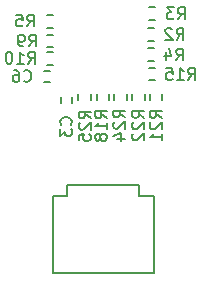
<source format=gbr>
G04 #@! TF.FileFunction,Legend,Bot*
%FSLAX46Y46*%
G04 Gerber Fmt 4.6, Leading zero omitted, Abs format (unit mm)*
G04 Created by KiCad (PCBNEW 4.0.5+dfsg1-4) date Tue Jul 10 09:58:08 2018*
%MOMM*%
%LPD*%
G01*
G04 APERTURE LIST*
%ADD10C,0.100000*%
%ADD11C,0.150000*%
G04 APERTURE END LIST*
D10*
D11*
X152455000Y-109020000D02*
X152455000Y-108520000D01*
X153405000Y-108520000D02*
X153405000Y-109020000D01*
X151060000Y-106345000D02*
X151560000Y-106345000D01*
X151560000Y-107295000D02*
X151060000Y-107295000D01*
X160350000Y-123490000D02*
X160350000Y-116950000D01*
X159100000Y-116950000D02*
X160350000Y-116950000D01*
X151750000Y-123490000D02*
X160350000Y-123490000D01*
X151750000Y-123490000D02*
X151750000Y-116950000D01*
X151750000Y-116950000D02*
X153000000Y-116950000D01*
X159100000Y-115990000D02*
X159100000Y-116950000D01*
X153010000Y-116950000D02*
X153010000Y-115990000D01*
X153000000Y-115990000D02*
X159100000Y-115990000D01*
X159850000Y-102745000D02*
X160350000Y-102745000D01*
X160350000Y-103795000D02*
X159850000Y-103795000D01*
X160380000Y-102025000D02*
X159880000Y-102025000D01*
X159880000Y-100975000D02*
X160380000Y-100975000D01*
X159850000Y-104445000D02*
X160350000Y-104445000D01*
X160350000Y-105495000D02*
X159850000Y-105495000D01*
X151275000Y-101650000D02*
X151775000Y-101650000D01*
X151775000Y-102700000D02*
X151275000Y-102700000D01*
X151270000Y-103265000D02*
X151770000Y-103265000D01*
X151770000Y-104315000D02*
X151270000Y-104315000D01*
X151770000Y-105835000D02*
X151270000Y-105835000D01*
X151270000Y-104785000D02*
X151770000Y-104785000D01*
X160410000Y-107115000D02*
X159910000Y-107115000D01*
X159910000Y-106065000D02*
X160410000Y-106065000D01*
X156555000Y-108330000D02*
X156555000Y-108830000D01*
X155505000Y-108830000D02*
X155505000Y-108330000D01*
X159965000Y-108820000D02*
X159965000Y-108320000D01*
X161015000Y-108320000D02*
X161015000Y-108820000D01*
X158485000Y-108810000D02*
X158485000Y-108310000D01*
X159535000Y-108310000D02*
X159535000Y-108810000D01*
X158035000Y-108290000D02*
X158035000Y-108790000D01*
X156985000Y-108790000D02*
X156985000Y-108290000D01*
X153915000Y-108820000D02*
X153915000Y-108320000D01*
X154965000Y-108320000D02*
X154965000Y-108820000D01*
X153287143Y-110893334D02*
X153334762Y-110845715D01*
X153382381Y-110702858D01*
X153382381Y-110607620D01*
X153334762Y-110464762D01*
X153239524Y-110369524D01*
X153144286Y-110321905D01*
X152953810Y-110274286D01*
X152810952Y-110274286D01*
X152620476Y-110321905D01*
X152525238Y-110369524D01*
X152430000Y-110464762D01*
X152382381Y-110607620D01*
X152382381Y-110702858D01*
X152430000Y-110845715D01*
X152477619Y-110893334D01*
X152382381Y-111226667D02*
X152382381Y-111845715D01*
X152763333Y-111512381D01*
X152763333Y-111655239D01*
X152810952Y-111750477D01*
X152858571Y-111798096D01*
X152953810Y-111845715D01*
X153191905Y-111845715D01*
X153287143Y-111798096D01*
X153334762Y-111750477D01*
X153382381Y-111655239D01*
X153382381Y-111369524D01*
X153334762Y-111274286D01*
X153287143Y-111226667D01*
X149316666Y-107177143D02*
X149364285Y-107224762D01*
X149507142Y-107272381D01*
X149602380Y-107272381D01*
X149745238Y-107224762D01*
X149840476Y-107129524D01*
X149888095Y-107034286D01*
X149935714Y-106843810D01*
X149935714Y-106700952D01*
X149888095Y-106510476D01*
X149840476Y-106415238D01*
X149745238Y-106320000D01*
X149602380Y-106272381D01*
X149507142Y-106272381D01*
X149364285Y-106320000D01*
X149316666Y-106367619D01*
X148459523Y-106272381D02*
X148650000Y-106272381D01*
X148745238Y-106320000D01*
X148792857Y-106367619D01*
X148888095Y-106510476D01*
X148935714Y-106700952D01*
X148935714Y-107081905D01*
X148888095Y-107177143D01*
X148840476Y-107224762D01*
X148745238Y-107272381D01*
X148554761Y-107272381D01*
X148459523Y-107224762D01*
X148411904Y-107177143D01*
X148364285Y-107081905D01*
X148364285Y-106843810D01*
X148411904Y-106748571D01*
X148459523Y-106700952D01*
X148554761Y-106653333D01*
X148745238Y-106653333D01*
X148840476Y-106700952D01*
X148888095Y-106748571D01*
X148935714Y-106843810D01*
X162246666Y-103712381D02*
X162580000Y-103236190D01*
X162818095Y-103712381D02*
X162818095Y-102712381D01*
X162437142Y-102712381D01*
X162341904Y-102760000D01*
X162294285Y-102807619D01*
X162246666Y-102902857D01*
X162246666Y-103045714D01*
X162294285Y-103140952D01*
X162341904Y-103188571D01*
X162437142Y-103236190D01*
X162818095Y-103236190D01*
X161865714Y-102807619D02*
X161818095Y-102760000D01*
X161722857Y-102712381D01*
X161484761Y-102712381D01*
X161389523Y-102760000D01*
X161341904Y-102807619D01*
X161294285Y-102902857D01*
X161294285Y-102998095D01*
X161341904Y-103140952D01*
X161913333Y-103712381D01*
X161294285Y-103712381D01*
X162356666Y-101972381D02*
X162690000Y-101496190D01*
X162928095Y-101972381D02*
X162928095Y-100972381D01*
X162547142Y-100972381D01*
X162451904Y-101020000D01*
X162404285Y-101067619D01*
X162356666Y-101162857D01*
X162356666Y-101305714D01*
X162404285Y-101400952D01*
X162451904Y-101448571D01*
X162547142Y-101496190D01*
X162928095Y-101496190D01*
X162023333Y-100972381D02*
X161404285Y-100972381D01*
X161737619Y-101353333D01*
X161594761Y-101353333D01*
X161499523Y-101400952D01*
X161451904Y-101448571D01*
X161404285Y-101543810D01*
X161404285Y-101781905D01*
X161451904Y-101877143D01*
X161499523Y-101924762D01*
X161594761Y-101972381D01*
X161880476Y-101972381D01*
X161975714Y-101924762D01*
X162023333Y-101877143D01*
X162196666Y-105452381D02*
X162530000Y-104976190D01*
X162768095Y-105452381D02*
X162768095Y-104452381D01*
X162387142Y-104452381D01*
X162291904Y-104500000D01*
X162244285Y-104547619D01*
X162196666Y-104642857D01*
X162196666Y-104785714D01*
X162244285Y-104880952D01*
X162291904Y-104928571D01*
X162387142Y-104976190D01*
X162768095Y-104976190D01*
X161339523Y-104785714D02*
X161339523Y-105452381D01*
X161577619Y-104404762D02*
X161815714Y-105119048D01*
X161196666Y-105119048D01*
X149591666Y-102577381D02*
X149925000Y-102101190D01*
X150163095Y-102577381D02*
X150163095Y-101577381D01*
X149782142Y-101577381D01*
X149686904Y-101625000D01*
X149639285Y-101672619D01*
X149591666Y-101767857D01*
X149591666Y-101910714D01*
X149639285Y-102005952D01*
X149686904Y-102053571D01*
X149782142Y-102101190D01*
X150163095Y-102101190D01*
X148686904Y-101577381D02*
X149163095Y-101577381D01*
X149210714Y-102053571D01*
X149163095Y-102005952D01*
X149067857Y-101958333D01*
X148829761Y-101958333D01*
X148734523Y-102005952D01*
X148686904Y-102053571D01*
X148639285Y-102148810D01*
X148639285Y-102386905D01*
X148686904Y-102482143D01*
X148734523Y-102529762D01*
X148829761Y-102577381D01*
X149067857Y-102577381D01*
X149163095Y-102529762D01*
X149210714Y-102482143D01*
X149756666Y-104272381D02*
X150090000Y-103796190D01*
X150328095Y-104272381D02*
X150328095Y-103272381D01*
X149947142Y-103272381D01*
X149851904Y-103320000D01*
X149804285Y-103367619D01*
X149756666Y-103462857D01*
X149756666Y-103605714D01*
X149804285Y-103700952D01*
X149851904Y-103748571D01*
X149947142Y-103796190D01*
X150328095Y-103796190D01*
X149280476Y-104272381D02*
X149090000Y-104272381D01*
X148994761Y-104224762D01*
X148947142Y-104177143D01*
X148851904Y-104034286D01*
X148804285Y-103843810D01*
X148804285Y-103462857D01*
X148851904Y-103367619D01*
X148899523Y-103320000D01*
X148994761Y-103272381D01*
X149185238Y-103272381D01*
X149280476Y-103320000D01*
X149328095Y-103367619D01*
X149375714Y-103462857D01*
X149375714Y-103700952D01*
X149328095Y-103796190D01*
X149280476Y-103843810D01*
X149185238Y-103891429D01*
X148994761Y-103891429D01*
X148899523Y-103843810D01*
X148851904Y-103796190D01*
X148804285Y-103700952D01*
X149682857Y-105732381D02*
X150016191Y-105256190D01*
X150254286Y-105732381D02*
X150254286Y-104732381D01*
X149873333Y-104732381D01*
X149778095Y-104780000D01*
X149730476Y-104827619D01*
X149682857Y-104922857D01*
X149682857Y-105065714D01*
X149730476Y-105160952D01*
X149778095Y-105208571D01*
X149873333Y-105256190D01*
X150254286Y-105256190D01*
X148730476Y-105732381D02*
X149301905Y-105732381D01*
X149016191Y-105732381D02*
X149016191Y-104732381D01*
X149111429Y-104875238D01*
X149206667Y-104970476D01*
X149301905Y-105018095D01*
X148111429Y-104732381D02*
X148016190Y-104732381D01*
X147920952Y-104780000D01*
X147873333Y-104827619D01*
X147825714Y-104922857D01*
X147778095Y-105113333D01*
X147778095Y-105351429D01*
X147825714Y-105541905D01*
X147873333Y-105637143D01*
X147920952Y-105684762D01*
X148016190Y-105732381D01*
X148111429Y-105732381D01*
X148206667Y-105684762D01*
X148254286Y-105637143D01*
X148301905Y-105541905D01*
X148349524Y-105351429D01*
X148349524Y-105113333D01*
X148301905Y-104922857D01*
X148254286Y-104827619D01*
X148206667Y-104780000D01*
X148111429Y-104732381D01*
X163242857Y-107092381D02*
X163576191Y-106616190D01*
X163814286Y-107092381D02*
X163814286Y-106092381D01*
X163433333Y-106092381D01*
X163338095Y-106140000D01*
X163290476Y-106187619D01*
X163242857Y-106282857D01*
X163242857Y-106425714D01*
X163290476Y-106520952D01*
X163338095Y-106568571D01*
X163433333Y-106616190D01*
X163814286Y-106616190D01*
X162290476Y-107092381D02*
X162861905Y-107092381D01*
X162576191Y-107092381D02*
X162576191Y-106092381D01*
X162671429Y-106235238D01*
X162766667Y-106330476D01*
X162861905Y-106378095D01*
X161385714Y-106092381D02*
X161861905Y-106092381D01*
X161909524Y-106568571D01*
X161861905Y-106520952D01*
X161766667Y-106473333D01*
X161528571Y-106473333D01*
X161433333Y-106520952D01*
X161385714Y-106568571D01*
X161338095Y-106663810D01*
X161338095Y-106901905D01*
X161385714Y-106997143D01*
X161433333Y-107044762D01*
X161528571Y-107092381D01*
X161766667Y-107092381D01*
X161861905Y-107044762D01*
X161909524Y-106997143D01*
X156342381Y-110337143D02*
X155866190Y-110003809D01*
X156342381Y-109765714D02*
X155342381Y-109765714D01*
X155342381Y-110146667D01*
X155390000Y-110241905D01*
X155437619Y-110289524D01*
X155532857Y-110337143D01*
X155675714Y-110337143D01*
X155770952Y-110289524D01*
X155818571Y-110241905D01*
X155866190Y-110146667D01*
X155866190Y-109765714D01*
X156342381Y-111289524D02*
X156342381Y-110718095D01*
X156342381Y-111003809D02*
X155342381Y-111003809D01*
X155485238Y-110908571D01*
X155580476Y-110813333D01*
X155628095Y-110718095D01*
X155770952Y-111860952D02*
X155723333Y-111765714D01*
X155675714Y-111718095D01*
X155580476Y-111670476D01*
X155532857Y-111670476D01*
X155437619Y-111718095D01*
X155390000Y-111765714D01*
X155342381Y-111860952D01*
X155342381Y-112051429D01*
X155390000Y-112146667D01*
X155437619Y-112194286D01*
X155532857Y-112241905D01*
X155580476Y-112241905D01*
X155675714Y-112194286D01*
X155723333Y-112146667D01*
X155770952Y-112051429D01*
X155770952Y-111860952D01*
X155818571Y-111765714D01*
X155866190Y-111718095D01*
X155961429Y-111670476D01*
X156151905Y-111670476D01*
X156247143Y-111718095D01*
X156294762Y-111765714D01*
X156342381Y-111860952D01*
X156342381Y-112051429D01*
X156294762Y-112146667D01*
X156247143Y-112194286D01*
X156151905Y-112241905D01*
X155961429Y-112241905D01*
X155866190Y-112194286D01*
X155818571Y-112146667D01*
X155770952Y-112051429D01*
X160982381Y-110327143D02*
X160506190Y-109993809D01*
X160982381Y-109755714D02*
X159982381Y-109755714D01*
X159982381Y-110136667D01*
X160030000Y-110231905D01*
X160077619Y-110279524D01*
X160172857Y-110327143D01*
X160315714Y-110327143D01*
X160410952Y-110279524D01*
X160458571Y-110231905D01*
X160506190Y-110136667D01*
X160506190Y-109755714D01*
X160077619Y-110708095D02*
X160030000Y-110755714D01*
X159982381Y-110850952D01*
X159982381Y-111089048D01*
X160030000Y-111184286D01*
X160077619Y-111231905D01*
X160172857Y-111279524D01*
X160268095Y-111279524D01*
X160410952Y-111231905D01*
X160982381Y-110660476D01*
X160982381Y-111279524D01*
X160982381Y-112231905D02*
X160982381Y-111660476D01*
X160982381Y-111946190D02*
X159982381Y-111946190D01*
X160125238Y-111850952D01*
X160220476Y-111755714D01*
X160268095Y-111660476D01*
X159502381Y-110317143D02*
X159026190Y-109983809D01*
X159502381Y-109745714D02*
X158502381Y-109745714D01*
X158502381Y-110126667D01*
X158550000Y-110221905D01*
X158597619Y-110269524D01*
X158692857Y-110317143D01*
X158835714Y-110317143D01*
X158930952Y-110269524D01*
X158978571Y-110221905D01*
X159026190Y-110126667D01*
X159026190Y-109745714D01*
X158597619Y-110698095D02*
X158550000Y-110745714D01*
X158502381Y-110840952D01*
X158502381Y-111079048D01*
X158550000Y-111174286D01*
X158597619Y-111221905D01*
X158692857Y-111269524D01*
X158788095Y-111269524D01*
X158930952Y-111221905D01*
X159502381Y-110650476D01*
X159502381Y-111269524D01*
X158597619Y-111650476D02*
X158550000Y-111698095D01*
X158502381Y-111793333D01*
X158502381Y-112031429D01*
X158550000Y-112126667D01*
X158597619Y-112174286D01*
X158692857Y-112221905D01*
X158788095Y-112221905D01*
X158930952Y-112174286D01*
X159502381Y-111602857D01*
X159502381Y-112221905D01*
X157892381Y-110287143D02*
X157416190Y-109953809D01*
X157892381Y-109715714D02*
X156892381Y-109715714D01*
X156892381Y-110096667D01*
X156940000Y-110191905D01*
X156987619Y-110239524D01*
X157082857Y-110287143D01*
X157225714Y-110287143D01*
X157320952Y-110239524D01*
X157368571Y-110191905D01*
X157416190Y-110096667D01*
X157416190Y-109715714D01*
X156987619Y-110668095D02*
X156940000Y-110715714D01*
X156892381Y-110810952D01*
X156892381Y-111049048D01*
X156940000Y-111144286D01*
X156987619Y-111191905D01*
X157082857Y-111239524D01*
X157178095Y-111239524D01*
X157320952Y-111191905D01*
X157892381Y-110620476D01*
X157892381Y-111239524D01*
X157225714Y-112096667D02*
X157892381Y-112096667D01*
X156844762Y-111858571D02*
X157559048Y-111620476D01*
X157559048Y-112239524D01*
X154962381Y-110357143D02*
X154486190Y-110023809D01*
X154962381Y-109785714D02*
X153962381Y-109785714D01*
X153962381Y-110166667D01*
X154010000Y-110261905D01*
X154057619Y-110309524D01*
X154152857Y-110357143D01*
X154295714Y-110357143D01*
X154390952Y-110309524D01*
X154438571Y-110261905D01*
X154486190Y-110166667D01*
X154486190Y-109785714D01*
X154057619Y-110738095D02*
X154010000Y-110785714D01*
X153962381Y-110880952D01*
X153962381Y-111119048D01*
X154010000Y-111214286D01*
X154057619Y-111261905D01*
X154152857Y-111309524D01*
X154248095Y-111309524D01*
X154390952Y-111261905D01*
X154962381Y-110690476D01*
X154962381Y-111309524D01*
X153962381Y-112214286D02*
X153962381Y-111738095D01*
X154438571Y-111690476D01*
X154390952Y-111738095D01*
X154343333Y-111833333D01*
X154343333Y-112071429D01*
X154390952Y-112166667D01*
X154438571Y-112214286D01*
X154533810Y-112261905D01*
X154771905Y-112261905D01*
X154867143Y-112214286D01*
X154914762Y-112166667D01*
X154962381Y-112071429D01*
X154962381Y-111833333D01*
X154914762Y-111738095D01*
X154867143Y-111690476D01*
M02*

</source>
